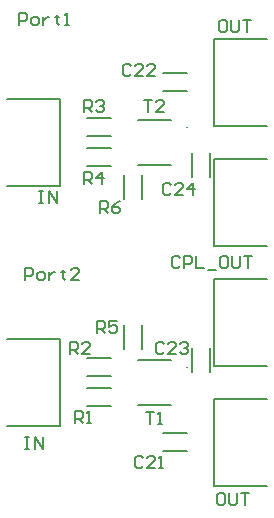
<source format=gto>
G04*
G04 #@! TF.GenerationSoftware,Altium Limited,Altium Designer,24.4.1 (13)*
G04*
G04 Layer_Color=65535*
%FSLAX25Y25*%
%MOIN*%
G70*
G04*
G04 #@! TF.SameCoordinates,E101684F-62CE-472E-B8B6-B79B7EA84F3C*
G04*
G04*
G04 #@! TF.FilePolarity,Positive*
G04*
G01*
G75*
%ADD10C,0.00787*%
%ADD11C,0.00500*%
%ADD12C,0.00600*%
%ADD13C,0.00700*%
D10*
X60893Y132949D02*
G03*
X60893Y132949I-199J0D01*
G01*
Y52949D02*
G03*
X60893Y52949I-199J0D01*
G01*
X44458Y120500D02*
X55442D01*
X44458Y135500D02*
X55442D01*
X44458Y40500D02*
X55442D01*
X44458Y55500D02*
X55442D01*
D11*
X18450Y33500D02*
Y62500D01*
X950Y33500D02*
X18450D01*
X950Y62500D02*
X18450D01*
X69950Y53500D02*
Y82500D01*
X87450D01*
X69950Y53500D02*
X87450D01*
X52950Y151000D02*
X60950D01*
X52950Y145000D02*
X60950D01*
X69950Y93500D02*
Y122500D01*
X87450D01*
X69950Y93500D02*
X87450D01*
X69950Y133500D02*
Y162500D01*
X87450D01*
X69950Y133500D02*
X87450D01*
X45950Y109000D02*
Y117000D01*
X39950Y109000D02*
Y117000D01*
X18450Y113500D02*
Y142500D01*
X950Y113500D02*
X18450D01*
X950Y142500D02*
X18450D01*
X27450Y126000D02*
X35450D01*
X27450Y120000D02*
X35450D01*
X27450Y136000D02*
X35450D01*
X27450Y130000D02*
X35450D01*
X27450Y56000D02*
X35450D01*
X27450Y50000D02*
X35450D01*
X27450Y46000D02*
X35450D01*
X27450Y40000D02*
X35450D01*
X39950Y59000D02*
Y67000D01*
X45950Y59000D02*
Y67000D01*
X69950Y13500D02*
Y42500D01*
X87450D01*
X69950Y13500D02*
X87450D01*
X68450Y51500D02*
Y59500D01*
X62450Y51500D02*
Y59500D01*
X52950Y31000D02*
X60950D01*
X52950Y25000D02*
X60950D01*
X62450Y124500D02*
X62450Y116500D01*
X68450Y124500D02*
X68450Y116500D01*
D12*
X4891Y167100D02*
Y171099D01*
X6891D01*
X7557Y170432D01*
Y169099D01*
X6891Y168433D01*
X4891D01*
X9556Y167100D02*
X10889D01*
X11556Y167766D01*
Y169099D01*
X10889Y169766D01*
X9556D01*
X8890Y169099D01*
Y167766D01*
X9556Y167100D01*
X12889Y169766D02*
Y167100D01*
Y168433D01*
X13555Y169099D01*
X14222Y169766D01*
X14888D01*
X17554Y170432D02*
Y169766D01*
X16887D01*
X18220D01*
X17554D01*
Y167766D01*
X18220Y167100D01*
X20220D02*
X21553D01*
X20886D01*
Y171099D01*
X20220Y170432D01*
X73391Y168599D02*
X72058D01*
X71391Y167932D01*
Y165267D01*
X72058Y164600D01*
X73391D01*
X74057Y165267D01*
Y167932D01*
X73391Y168599D01*
X75390D02*
Y165267D01*
X76056Y164600D01*
X77389D01*
X78056Y165267D01*
Y168599D01*
X79389D02*
X82055D01*
X80722D01*
Y164600D01*
X11391Y111599D02*
X12724D01*
X12058D01*
Y107600D01*
X11391D01*
X12724D01*
X14724D02*
Y111599D01*
X17389Y107600D01*
Y111599D01*
X6891Y29599D02*
X8224D01*
X7558D01*
Y25600D01*
X6891D01*
X8224D01*
X10224D02*
Y29599D01*
X12889Y25600D01*
Y29599D01*
X72891Y11099D02*
X71558D01*
X70891Y10432D01*
Y7767D01*
X71558Y7100D01*
X72891D01*
X73557Y7767D01*
Y10432D01*
X72891Y11099D01*
X74890D02*
Y7767D01*
X75556Y7100D01*
X76889D01*
X77556Y7767D01*
Y11099D01*
X78889D02*
X81555D01*
X80222D01*
Y7100D01*
X6891Y82100D02*
Y86099D01*
X8891D01*
X9557Y85432D01*
Y84099D01*
X8891Y83433D01*
X6891D01*
X11557Y82100D02*
X12889D01*
X13556Y82766D01*
Y84099D01*
X12889Y84766D01*
X11557D01*
X10890Y84099D01*
Y82766D01*
X11557Y82100D01*
X14889Y84766D02*
Y82100D01*
Y83433D01*
X15555Y84099D01*
X16222Y84766D01*
X16888D01*
X19554Y85432D02*
Y84766D01*
X18888D01*
X20220D01*
X19554D01*
Y82766D01*
X20220Y82100D01*
X24885D02*
X22220D01*
X24885Y84766D01*
Y85432D01*
X24219Y86099D01*
X22886D01*
X22220Y85432D01*
X46618Y141999D02*
X49284D01*
X47951D01*
Y138001D01*
X53282D02*
X50617D01*
X53282Y140666D01*
Y141333D01*
X52616Y141999D01*
X51283D01*
X50617Y141333D01*
X47284Y37999D02*
X49950D01*
X48617D01*
Y34001D01*
X51283D02*
X52616D01*
X51949D01*
Y37999D01*
X51283Y37333D01*
X31959Y104501D02*
Y108499D01*
X33958D01*
X34625Y107833D01*
Y106500D01*
X33958Y105834D01*
X31959D01*
X33292D02*
X34625Y104501D01*
X38624Y108499D02*
X37291Y107833D01*
X35958Y106500D01*
Y105167D01*
X36624Y104501D01*
X37957D01*
X38624Y105167D01*
Y105834D01*
X37957Y106500D01*
X35958D01*
X30959Y64501D02*
Y68499D01*
X32958D01*
X33625Y67833D01*
Y66500D01*
X32958Y65834D01*
X30959D01*
X32292D02*
X33625Y64501D01*
X37624Y68499D02*
X34958D01*
Y66500D01*
X36291Y67167D01*
X36957D01*
X37624Y66500D01*
Y65167D01*
X36957Y64501D01*
X35624D01*
X34958Y65167D01*
X26618Y114001D02*
Y117999D01*
X28617D01*
X29284Y117333D01*
Y116000D01*
X28617Y115333D01*
X26618D01*
X27951D02*
X29284Y114001D01*
X32616D02*
Y117999D01*
X30617Y116000D01*
X33282D01*
X26618Y138001D02*
Y141999D01*
X28617D01*
X29284Y141333D01*
Y140000D01*
X28617Y139333D01*
X26618D01*
X27951D02*
X29284Y138001D01*
X30617Y141333D02*
X31283Y141999D01*
X32616D01*
X33282Y141333D01*
Y140666D01*
X32616Y140000D01*
X31949D01*
X32616D01*
X33282Y139333D01*
Y138667D01*
X32616Y138001D01*
X31283D01*
X30617Y138667D01*
X21959Y57501D02*
Y61499D01*
X23958D01*
X24625Y60833D01*
Y59500D01*
X23958Y58834D01*
X21959D01*
X23292D02*
X24625Y57501D01*
X28624D02*
X25958D01*
X28624Y60167D01*
Y60833D01*
X27957Y61499D01*
X26624D01*
X25958Y60833D01*
X23626Y34501D02*
Y38499D01*
X25625D01*
X26291Y37833D01*
Y36500D01*
X25625Y35834D01*
X23626D01*
X24958D02*
X26291Y34501D01*
X27624D02*
X28957D01*
X28291D01*
Y38499D01*
X27624Y37833D01*
X55625Y113833D02*
X54959Y114499D01*
X53626D01*
X52960Y113833D01*
Y111167D01*
X53626Y110501D01*
X54959D01*
X55625Y111167D01*
X59624Y110501D02*
X56958D01*
X59624Y113166D01*
Y113833D01*
X58958Y114499D01*
X57625D01*
X56958Y113833D01*
X62957Y110501D02*
Y114499D01*
X60957Y112500D01*
X63623D01*
X53126Y60833D02*
X52459Y61499D01*
X51126D01*
X50460Y60833D01*
Y58167D01*
X51126Y57501D01*
X52459D01*
X53126Y58167D01*
X57124Y57501D02*
X54458D01*
X57124Y60167D01*
Y60833D01*
X56458Y61499D01*
X55125D01*
X54458Y60833D01*
X58457D02*
X59124Y61499D01*
X60457D01*
X61123Y60833D01*
Y60167D01*
X60457Y59500D01*
X59790D01*
X60457D01*
X61123Y58834D01*
Y58167D01*
X60457Y57501D01*
X59124D01*
X58457Y58167D01*
X42125Y153333D02*
X41459Y153999D01*
X40126D01*
X39460Y153333D01*
Y150667D01*
X40126Y150001D01*
X41459D01*
X42125Y150667D01*
X46124Y150001D02*
X43458D01*
X46124Y152666D01*
Y153333D01*
X45458Y153999D01*
X44125D01*
X43458Y153333D01*
X50123Y150001D02*
X47457D01*
X50123Y152666D01*
Y153333D01*
X49457Y153999D01*
X48124D01*
X47457Y153333D01*
X46292Y22833D02*
X45625Y23499D01*
X44293D01*
X43626Y22833D01*
Y20167D01*
X44293Y19501D01*
X45625D01*
X46292Y20167D01*
X50291Y19501D02*
X47625D01*
X50291Y22166D01*
Y22833D01*
X49624Y23499D01*
X48291D01*
X47625Y22833D01*
X51624Y19501D02*
X52956D01*
X52290D01*
Y23499D01*
X51624Y22833D01*
D13*
X58657Y89199D02*
X57991Y89865D01*
X56658D01*
X55991Y89199D01*
Y86533D01*
X56658Y85866D01*
X57991D01*
X58657Y86533D01*
X59990Y85866D02*
Y89865D01*
X61989D01*
X62656Y89199D01*
Y87866D01*
X61989Y87199D01*
X59990D01*
X63989Y89865D02*
Y85866D01*
X66655D01*
X67988Y85200D02*
X70653D01*
X73985Y89865D02*
X72653D01*
X71986Y89199D01*
Y86533D01*
X72653Y85866D01*
X73985D01*
X74652Y86533D01*
Y89199D01*
X73985Y89865D01*
X75985D02*
Y86533D01*
X76651Y85866D01*
X77984D01*
X78651Y86533D01*
Y89865D01*
X79984D02*
X82649D01*
X81317D01*
Y85866D01*
M02*

</source>
